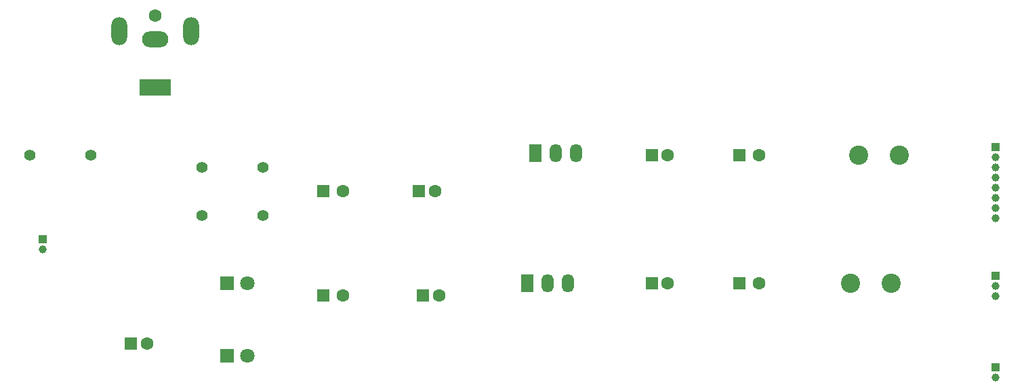
<source format=gbr>
%TF.GenerationSoftware,KiCad,Pcbnew,9.0.6*%
%TF.CreationDate,2026-01-17T19:33:41-06:00*%
%TF.ProjectId,MobileArkhamAsylum,4d6f6269-6c65-4417-926b-68616d417379,rev?*%
%TF.SameCoordinates,Original*%
%TF.FileFunction,Soldermask,Bot*%
%TF.FilePolarity,Negative*%
%FSLAX46Y46*%
G04 Gerber Fmt 4.6, Leading zero omitted, Abs format (unit mm)*
G04 Created by KiCad (PCBNEW 9.0.6) date 2026-01-17 19:33:41*
%MOMM*%
%LPD*%
G01*
G04 APERTURE LIST*
G04 Aperture macros list*
%AMRoundRect*
0 Rectangle with rounded corners*
0 $1 Rounding radius*
0 $2 $3 $4 $5 $6 $7 $8 $9 X,Y pos of 4 corners*
0 Add a 4 corners polygon primitive as box body*
4,1,4,$2,$3,$4,$5,$6,$7,$8,$9,$2,$3,0*
0 Add four circle primitives for the rounded corners*
1,1,$1+$1,$2,$3*
1,1,$1+$1,$4,$5*
1,1,$1+$1,$6,$7*
1,1,$1+$1,$8,$9*
0 Add four rect primitives between the rounded corners*
20,1,$1+$1,$2,$3,$4,$5,0*
20,1,$1+$1,$4,$5,$6,$7,0*
20,1,$1+$1,$6,$7,$8,$9,0*
20,1,$1+$1,$8,$9,$2,$3,0*%
G04 Aperture macros list end*
%ADD10C,1.600000*%
%ADD11R,4.000000X2.000000*%
%ADD12O,3.300000X2.000000*%
%ADD13O,2.000000X3.500000*%
%ADD14C,1.000000*%
%ADD15R,1.000000X1.000000*%
%ADD16C,1.400000*%
%ADD17RoundRect,0.250000X-0.550000X-0.550000X0.550000X-0.550000X0.550000X0.550000X-0.550000X0.550000X0*%
%ADD18C,2.400000*%
%ADD19R,1.500000X2.300000*%
%ADD20O,1.500000X2.300000*%
%ADD21R,1.800000X1.800000*%
%ADD22C,1.800000*%
G04 APERTURE END LIST*
D10*
%TO.C,J5*%
X111500000Y-75000000D03*
D11*
X111500000Y-84000000D03*
D12*
X111500000Y-78000000D03*
D13*
X116000000Y-77000000D03*
X107000000Y-77000000D03*
%TD*%
D14*
%TO.C,J2*%
X97500000Y-104270000D03*
D15*
X97500000Y-103000000D03*
%TD*%
D16*
%TO.C,R1*%
X103500000Y-92500000D03*
X95880000Y-92500000D03*
%TD*%
%TO.C,R3*%
X125000000Y-94000000D03*
X117380000Y-94000000D03*
%TD*%
D10*
%TO.C,C1*%
X110500000Y-116000000D03*
D17*
X108500000Y-116000000D03*
%TD*%
%TO.C,C7*%
X184500000Y-92500000D03*
D10*
X187000000Y-92500000D03*
%TD*%
D18*
%TO.C,R5*%
X199420000Y-92500000D03*
X204500000Y-92500000D03*
%TD*%
%TO.C,R4*%
X203500000Y-108500000D03*
X198420000Y-108500000D03*
%TD*%
D15*
%TO.C,J4*%
X216500000Y-119000000D03*
D14*
X216500000Y-120270000D03*
%TD*%
D15*
%TO.C,J3*%
X216500000Y-91420000D03*
D14*
X216500000Y-92690000D03*
X216500000Y-93960000D03*
X216500000Y-95230000D03*
X216500000Y-96500000D03*
X216500000Y-97770000D03*
X216500000Y-99040000D03*
X216500000Y-100310000D03*
%TD*%
D15*
%TO.C,J1*%
X216500000Y-107500000D03*
D14*
X216500000Y-108770000D03*
X216500000Y-110040000D03*
%TD*%
D17*
%TO.C,C5*%
X145000000Y-110000000D03*
D10*
X147000000Y-110000000D03*
%TD*%
D17*
%TO.C,C3*%
X173544888Y-92500000D03*
D10*
X175544888Y-92500000D03*
%TD*%
D17*
%TO.C,C2*%
X144500000Y-97000000D03*
D10*
X146500000Y-97000000D03*
%TD*%
D17*
%TO.C,C8*%
X132500000Y-110000000D03*
D10*
X135000000Y-110000000D03*
%TD*%
D19*
%TO.C,U3*%
X158000000Y-108500000D03*
D20*
X160540000Y-108500000D03*
X163080000Y-108500000D03*
%TD*%
D17*
%TO.C,C4*%
X173544888Y-108500000D03*
D10*
X175544888Y-108500000D03*
%TD*%
D17*
%TO.C,C9*%
X184500000Y-108500000D03*
D10*
X187000000Y-108500000D03*
%TD*%
D21*
%TO.C,D1*%
X120460000Y-117500000D03*
D22*
X123000000Y-117500000D03*
%TD*%
D19*
%TO.C,U1*%
X159052500Y-92207500D03*
D20*
X161592500Y-92207500D03*
X164132500Y-92207500D03*
%TD*%
D16*
%TO.C,R2*%
X117380000Y-100000000D03*
X125000000Y-100000000D03*
%TD*%
D17*
%TO.C,C6*%
X132500000Y-97000000D03*
D10*
X135000000Y-97000000D03*
%TD*%
D21*
%TO.C,D2*%
X120460000Y-108500000D03*
D22*
X123000000Y-108500000D03*
%TD*%
M02*

</source>
